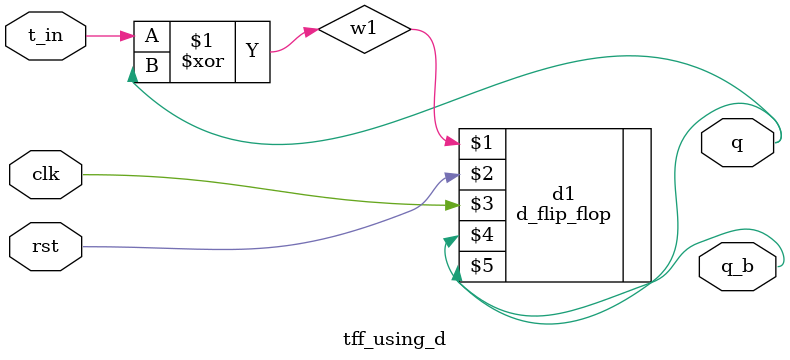
<source format=v>
`timescale 1ns / 1ps

module tff_using_d(t_in,clk,rst,q,q_b);
    input t_in,clk,rst;
    output q,q_b;
    xor d0(w1,t_in,q);
    d_flip_flop d1(w1,rst,clk,q,q_b);
endmodule

</source>
